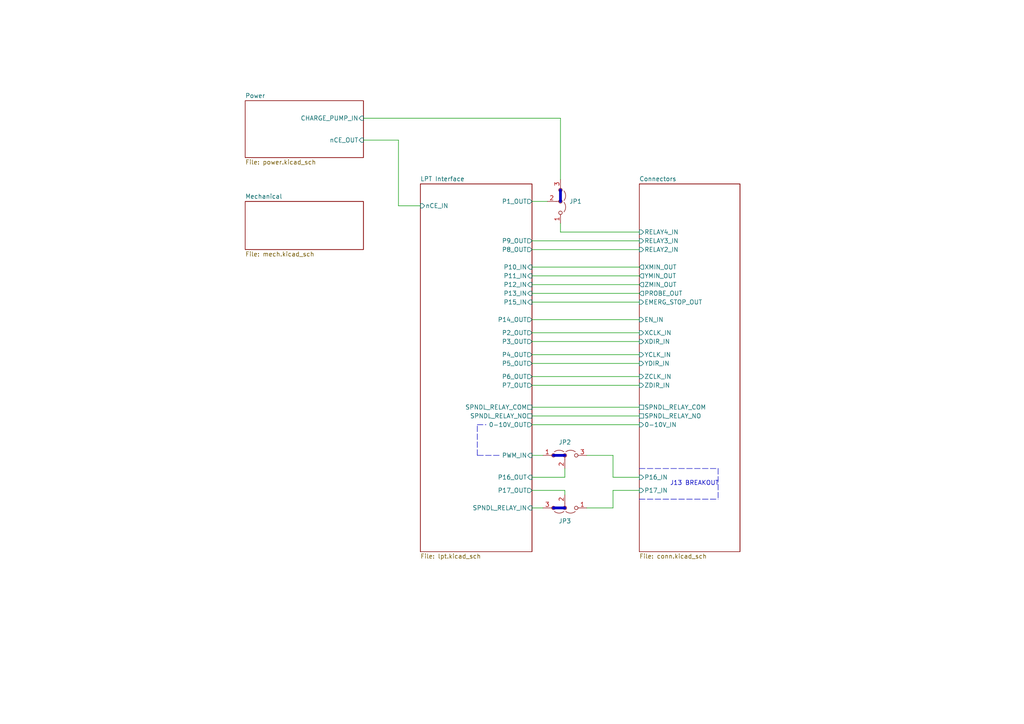
<source format=kicad_sch>
(kicad_sch (version 20211123) (generator eeschema)
  (paper "A4")
  (title_block (title "CNC Power Module") (date "2022-05-24") (rev "2.0"))
  (lib_symbols
    (symbol "Jumper:Jumper_3_Open" (pin_names (offset 0) hide)
      (property "Reference" "JP?" (at -2.54 -2.54 0))
      (property "Value" "Jumper_3_Open" (at 0 2.794 0))
      (symbol "Jumper_3_Open_0_0"
        (circle (center -3.302 0) (radius 0.508))
        (circle (center 0 0) (radius 0.508))
        (circle (center 3.302 0) (radius 0.508))
      )
      (symbol "Jumper_3_Open_0_1"
        (arc (start -0.254 1.016) (mid -1.651 1.4992) (end -3.048 1.016))
        (polyline (pts (xy 0 -0.508) (xy 0 -1.27)))
        (arc (start 3.048 1.016) (mid 1.651 1.4992) (end 0.254 1.016))
      )
      (symbol "Jumper_3_Open_1_1"
        (pin passive line (at -6.35 0 0) (length 2.54) (name "A") (number "1"))
        (pin passive line (at 0 -3.81 90) (length 2.54) (name "C") (number "2"))
        (pin passive line (at 6.35 0 180) (length 2.54) (name "B") (number "3"))
      )
    )
  )
  (wire (pts (xy 154.305 69.85) (xy 185.42 69.85)))
  (wire (pts (xy 154.305 72.39) (xy 185.42 72.39)))
  (wire (pts (xy 170.18 132.08) (xy 177.8 132.08)))
  (wire (pts (xy 154.305 105.41) (xy 185.42 105.41)))
  (wire (pts (xy 162.56 64.77) (xy 162.56 67.31)))
  (wire (pts (xy 154.305 87.63) (xy 185.42 87.63)))
  (wire (pts (xy 170.18 147.32) (xy 177.8 147.32)))
  (polyline (pts (xy 160.528 147.32) (xy 163.83 147.32)) (stroke (width 0.8) (type solid)))
  (polyline (pts (xy 160.528 132.08) (xy 163.83 132.08)) (stroke (width 0.8) (type solid)))
  (wire (pts (xy 154.305 102.87) (xy 185.42 102.87)))
  (wire (pts (xy 154.305 92.71) (xy 185.42 92.71)))
  (wire (pts (xy 154.305 99.06) (xy 185.42 99.06)))
  (wire (pts (xy 163.83 135.89) (xy 163.83 138.43)))
  (wire (pts (xy 162.56 67.31) (xy 185.42 67.31)))
  (wire (pts (xy 162.56 52.07) (xy 162.56 34.29)))
  (wire (pts (xy 115.57 40.64) (xy 115.57 59.69)))
  (wire (pts (xy 105.41 40.64) (xy 115.57 40.64)))
  (wire (pts (xy 163.83 138.43) (xy 154.305 138.43)))
  (wire (pts (xy 177.8 142.24) (xy 185.42 142.24)))
  (wire (pts (xy 154.305 85.09) (xy 185.42 85.09)))
  (wire (pts (xy 154.305 147.32) (xy 157.48 147.32)))
  (wire (pts (xy 154.305 142.24) (xy 163.83 142.24)))
  (wire (pts (xy 154.305 96.52) (xy 185.42 96.52)))
  (polyline (pts (xy 162.56 55.118) (xy 162.56 58.42)) (stroke (width 0.8) (type solid)))
  (wire (pts (xy 154.305 123.19) (xy 185.42 123.19)))
  (wire (pts (xy 177.8 138.43) (xy 185.42 138.43)))
  (wire (pts (xy 154.305 120.65) (xy 185.42 120.65)))
  (wire (pts (xy 177.8 147.32) (xy 177.8 142.24)))
  (polyline (pts (xy 185.42 144.78) (xy 208.28 144.78)))
  (wire (pts (xy 115.57 59.69) (xy 121.92 59.69)))
  (wire (pts (xy 154.305 77.47) (xy 185.42 77.47)))
  (wire (pts (xy 177.8 132.08) (xy 177.8 138.43)))
  (wire (pts (xy 154.305 132.08) (xy 157.48 132.08)))
  (wire (pts (xy 162.56 34.29) (xy 105.41 34.29)))
  (wire (pts (xy 154.305 80.01) (xy 185.42 80.01)))
  (wire (pts (xy 154.305 58.42) (xy 158.75 58.42)))
  (polyline (pts (xy 138.43 132.08) (xy 138.43 123.19)))
  (wire (pts (xy 163.83 142.24) (xy 163.83 143.51)))
  (polyline (pts (xy 138.43 123.19) (xy 140.97 123.19)))
  (polyline (pts (xy 208.28 135.89) (xy 208.28 144.78)))
  (wire (pts (xy 154.305 109.22) (xy 185.42 109.22)))
  (wire (pts (xy 154.305 111.76) (xy 185.42 111.76)))
  (wire (pts (xy 154.305 82.55) (xy 185.42 82.55)))
  (polyline (pts (xy 185.42 135.89) (xy 208.28 135.89)))
  (polyline (pts (xy 144.78 132.08) (xy 138.43 132.08)))
  (wire (pts (xy 154.305 118.11) (xy 185.42 118.11)))
  (text "J13 BREAKOUT" (at 194.31 140.97 0) (effects (font (size 1.27 1.27)) (justify left bottom)))
  (symbol (lib_id "Jumper:Jumper_3_Open") (at 162.56 58.42 270) (mirror x) (unit 1)
    (property "Reference" "JP1" (at 165.1 58.4199 90) (effects (justify left)))
    (property "Value" "1x03_2.54" (effects hide))
    (property "Footprint" "Connector_PinHeader_2.54mm:PinHeader_1x03_P2.54mm_Vertical" (effects hide))
  )
  (symbol (lib_id "Jumper:Jumper_3_Open") (at 163.83 132.08 0) (unit 1)
    (property "Reference" "JP2" (at 163.83 128.27 0))
    (property "Value" "1x03_2.54" (effects hide))
    (property "Footprint" "Connector_PinHeader_2.54mm:PinHeader_1x03_P2.54mm_Vertical" (effects hide))
  )
  (symbol (lib_id "Jumper:Jumper_3_Open") (at 163.83 147.32 180) (unit 1)
    (property "Reference" "JP3" (at 163.83 151.13 0))
    (property "Value" "1x03_2.54" (effects hide))
    (property "Footprint" "Connector_PinHeader_2.54mm:PinHeader_1x03_P2.54mm_Vertical" (effects hide))
  )
  (sheet (at 71.12 58.42) (size 34.29 13.97) (stroke (width 0.1524))
    (property "Sheet name" "Mechanical" (at 71.12 57.7084 0) (effects (justify left bottom)))
    (property "Sheet file" "mech.kicad_sch" (at 71.12 72.9746 0) (effects (justify left top)))
  )
  (sheet (at 71.12 29.21) (size 34.29 16.51) (stroke (width 0.1524))
    (property "Sheet name" "Power" (at 71.12 28.4984 0) (effects (justify left bottom)))
    (property "Sheet file" "power.kicad_sch" (at 71.12 46.3046 0) (effects (justify left top)))
    (pin "CHARGE_PUMP_IN" input (at 105.41 34.29 0))
    (pin "nCE_OUT" input (at 105.41 40.64 0))
  )
  (sheet (at 121.92 53.34) (size 32.385 106.68) (stroke (width 0.1524))
    (property "Sheet name" "LPT Interface" (at 121.92 52.6284 0) (effects (justify left bottom)))
    (property "Sheet file" "lpt.kicad_sch" (at 121.92 160.6046 0) (effects (justify left top)))
    (pin "P13_IN" input (at 154.305 85.09 0))
    (pin "P10_IN" input (at 154.305 77.47 0))
    (pin "P12_IN" input (at 154.305 82.55 0))
    (pin "P11_IN" input (at 154.305 80.01 0))
    (pin "0-10V_OUT" output (at 154.305 123.19 0))
    (pin "SPNDL_RELAY_COM" passive (at 154.305 118.11 0))
    (pin "SPNDL_RELAY_NO" passive (at 154.305 120.65 0))
    (pin "P8_OUT" output (at 154.305 72.39 0))
    (pin "P9_OUT" output (at 154.305 69.85 0))
    (pin "P17_OUT" output (at 154.305 142.24 0))
    (pin "SPNDL_RELAY_IN" input (at 154.305 147.32 0))
    (pin "P15_IN" input (at 154.305 87.63 0))
    (pin "P1_OUT" output (at 154.305 58.42 0))
    (pin "P16_OUT" input (at 154.305 138.43 0))
    (pin "PWM_IN" input (at 154.305 132.08 0))
    (pin "P5_OUT" output (at 154.305 105.41 0))
    (pin "P6_OUT" output (at 154.305 109.22 0))
    (pin "P7_OUT" output (at 154.305 111.76 0))
    (pin "P4_OUT" output (at 154.305 102.87 0))
    (pin "P2_OUT" output (at 154.305 96.52 0))
    (pin "P3_OUT" output (at 154.305 99.06 0))
    (pin "P14_OUT" output (at 154.305 92.71 0))
    (pin "nCE_IN" input (at 121.92 59.69 180))
  )
  (sheet (at 185.42 53.34) (size 29.21 106.68) (stroke (width 0.1524))
    (property "Sheet name" "Connectors" (at 185.42 52.6284 0) (effects (justify left bottom)))
    (property "Sheet file" "conn.kicad_sch" (at 185.42 160.6046 0) (effects (justify left top)))
    (pin "0-10V_IN" input (at 185.42 123.19 180))
    (pin "SPNDL_RELAY_COM" passive (at 185.42 118.11 180))
    (pin "SPNDL_RELAY_NO" passive (at 185.42 120.65 180))
    (pin "YDIR_IN" input (at 185.42 105.41 180))
    (pin "ZCLK_IN" input (at 185.42 109.22 180))
    (pin "ZDIR_IN" input (at 185.42 111.76 180))
    (pin "EN_IN" input (at 185.42 92.71 180))
    (pin "XCLK_IN" input (at 185.42 96.52 180))
    (pin "XDIR_IN" input (at 185.42 99.06 180))
    (pin "YCLK_IN" input (at 185.42 102.87 180))
    (pin "RELAY2_IN" input (at 185.42 72.39 180))
    (pin "RELAY3_IN" input (at 185.42 69.85 180))
    (pin "RELAY4_IN" input (at 185.42 67.31 180))
    (pin "EMERG_STOP_OUT" input (at 185.42 87.63 180))
    (pin "P17_IN" input (at 185.42 142.24 180))
    (pin "P16_IN" input (at 185.42 138.43 180))
    (pin "XMIN_OUT" output (at 185.42 77.47 180))
    (pin "YMIN_OUT" output (at 185.42 80.01 180))
    (pin "ZMIN_OUT" output (at 185.42 82.55 180))
    (pin "PROBE_OUT" output (at 185.42 85.09 180))
  )
)
</source>
